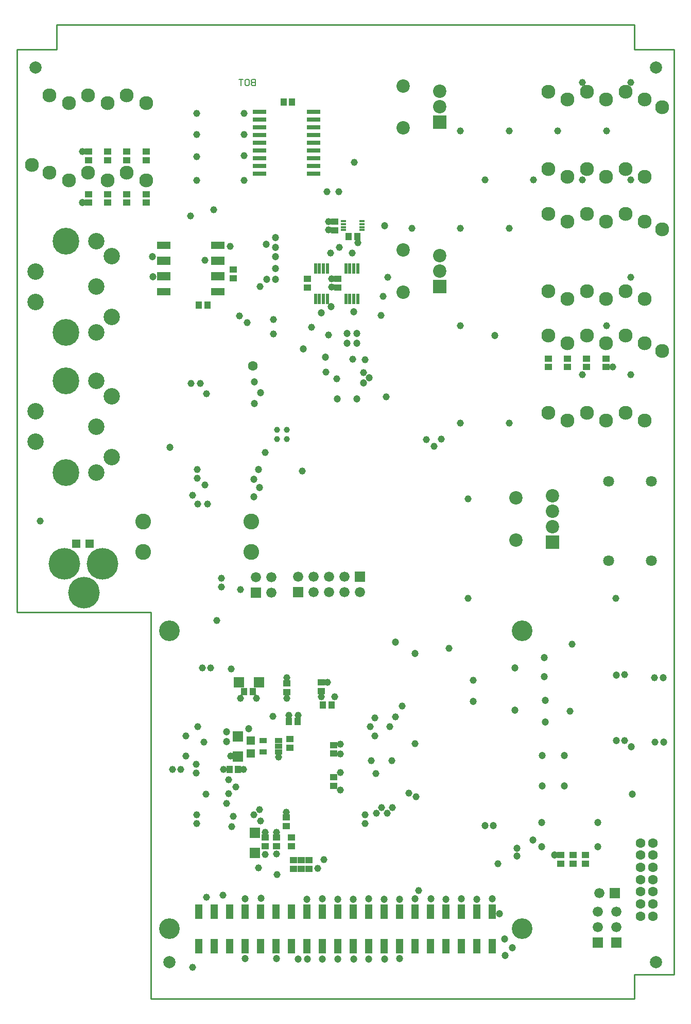
<source format=gbs>
G04 Layer_Color=16711935*
%FSLAX25Y25*%
%MOIN*%
G70*
G01*
G75*
%ADD10C,0.03937*%
%ADD47C,0.00787*%
%ADD54C,0.01000*%
%ADD66C,0.06299*%
%ADD74C,0.07087*%
%ADD80C,0.07874*%
%ADD110R,0.04587X0.03987*%
%ADD111R,0.03987X0.04587*%
%ADD119R,0.06787X0.06787*%
%ADD121R,0.05787X0.05787*%
%ADD122R,0.05787X0.05787*%
%ADD123R,0.06787X0.06787*%
%ADD130R,0.08661X0.03150*%
%ADD132R,0.04724X0.03543*%
%ADD143C,0.20472*%
%ADD144C,0.08661*%
%ADD145R,0.08661X0.08661*%
%ADD146C,0.09055*%
%ADD147C,0.17323*%
%ADD148C,0.10630*%
%ADD149C,0.10236*%
%ADD150C,0.06587*%
%ADD151R,0.06587X0.06587*%
%ADD152R,0.06587X0.06587*%
%ADD153C,0.13386*%
%ADD154C,0.04528*%
%ADD155C,0.04724*%
%ADD156R,0.02441X0.06693*%
%ADD157R,0.08661X0.04787*%
%ADD158R,0.08661X0.05787*%
%ADD159R,0.04803X0.09528*%
%ADD160R,0.03740X0.01772*%
D10*
X174409Y362008D02*
D03*
X168110D02*
D03*
Y367914D02*
D03*
X174409D02*
D03*
D47*
X154134Y594684D02*
Y590748D01*
X152166D01*
X151510Y591404D01*
Y592060D01*
X152166Y592716D01*
X154134D01*
X152166D01*
X151510Y593372D01*
Y594028D01*
X152166Y594684D01*
X154134D01*
X148230D02*
X149542D01*
X150198Y594028D01*
Y591404D01*
X149542Y590748D01*
X148230D01*
X147574Y591404D01*
Y594028D01*
X148230Y594684D01*
X146262D02*
X143639D01*
X144950D01*
Y590748D01*
D54*
X0Y250000D02*
X17717D01*
X0D02*
Y614173D01*
X25591D01*
Y622047D01*
Y629921D01*
X86614Y0D02*
X399606D01*
X86614D02*
Y250000D01*
X17717D02*
X86614D01*
X25591Y629921D02*
X399606D01*
Y614173D02*
Y629921D01*
X425197Y15748D02*
Y614173D01*
X399606D02*
X425197D01*
X399606Y13780D02*
Y15748D01*
X425197D01*
X399606Y0D02*
Y13780D01*
D66*
X403543Y92914D02*
D03*
Y85039D02*
D03*
Y77165D02*
D03*
Y69291D02*
D03*
X411417Y100787D02*
D03*
Y92914D02*
D03*
Y85039D02*
D03*
Y77165D02*
D03*
Y69291D02*
D03*
X403543Y100787D02*
D03*
X411417Y53543D02*
D03*
Y61417D02*
D03*
X403543Y53543D02*
D03*
Y61417D02*
D03*
X152362Y409449D02*
D03*
D74*
X410433Y334646D02*
D03*
X382874D02*
D03*
X410433Y283465D02*
D03*
X382874D02*
D03*
D80*
X413386Y23622D02*
D03*
X11811Y602362D02*
D03*
X413386D02*
D03*
X98425Y23622D02*
D03*
D110*
X187795Y460192D02*
D03*
Y465792D02*
D03*
X207480Y460192D02*
D03*
Y465792D02*
D03*
X46063Y514917D02*
D03*
Y520517D02*
D03*
X70866Y514917D02*
D03*
Y520517D02*
D03*
X58661Y514917D02*
D03*
Y520517D02*
D03*
X83464Y514917D02*
D03*
Y520517D02*
D03*
X351969Y92958D02*
D03*
Y87358D02*
D03*
X359843Y92958D02*
D03*
Y87358D02*
D03*
X367717Y92958D02*
D03*
Y87358D02*
D03*
X139764Y466098D02*
D03*
Y471698D02*
D03*
X46063Y542476D02*
D03*
Y548076D02*
D03*
X70866Y542476D02*
D03*
Y548076D02*
D03*
X58661Y542476D02*
D03*
Y548076D02*
D03*
X83464Y542476D02*
D03*
Y548076D02*
D03*
X381102Y414217D02*
D03*
Y408617D02*
D03*
X356299Y414217D02*
D03*
Y408617D02*
D03*
X368504Y414217D02*
D03*
Y408617D02*
D03*
X343701Y414217D02*
D03*
Y408617D02*
D03*
X205512Y502800D02*
D03*
Y497200D02*
D03*
X174016Y111767D02*
D03*
Y117367D02*
D03*
X204725Y164217D02*
D03*
Y158617D02*
D03*
X204724Y143351D02*
D03*
Y137751D02*
D03*
X160630Y98775D02*
D03*
Y104375D02*
D03*
X174409Y198381D02*
D03*
Y203981D02*
D03*
X196851Y199168D02*
D03*
Y204768D02*
D03*
X167717Y98775D02*
D03*
Y104375D02*
D03*
X177559Y98775D02*
D03*
Y104375D02*
D03*
X188976Y89808D02*
D03*
Y84208D02*
D03*
X183858Y89808D02*
D03*
Y84208D02*
D03*
X178740Y89808D02*
D03*
Y84208D02*
D03*
X176378Y168154D02*
D03*
Y162554D02*
D03*
D111*
X203588Y190157D02*
D03*
X197987D02*
D03*
X220123Y492913D02*
D03*
X214523D02*
D03*
X117672Y448819D02*
D03*
X123272D02*
D03*
X137357Y148425D02*
D03*
X142957D02*
D03*
X175940Y179527D02*
D03*
X181540D02*
D03*
X152406Y198819D02*
D03*
X146806D02*
D03*
X172397Y579921D02*
D03*
X177997D02*
D03*
D119*
X143500Y204724D02*
D03*
X156500D02*
D03*
D121*
X151181Y167192D02*
D03*
Y158792D02*
D03*
D122*
X38320Y294488D02*
D03*
X46720D02*
D03*
D123*
X142913Y156886D02*
D03*
Y169886D02*
D03*
X153937Y107287D02*
D03*
Y94287D02*
D03*
D130*
X156732Y538622D02*
D03*
Y543622D02*
D03*
Y548622D02*
D03*
Y553622D02*
D03*
Y558622D02*
D03*
Y563622D02*
D03*
Y568622D02*
D03*
Y573622D02*
D03*
Y533622D02*
D03*
X191732D02*
D03*
Y538622D02*
D03*
Y543622D02*
D03*
Y548622D02*
D03*
Y553622D02*
D03*
Y558622D02*
D03*
Y563622D02*
D03*
Y568622D02*
D03*
Y573622D02*
D03*
D132*
X169291Y159646D02*
D03*
Y167126D02*
D03*
Y163386D02*
D03*
X159055Y159646D02*
D03*
Y167126D02*
D03*
D143*
X43307Y262598D02*
D03*
X30512Y281496D02*
D03*
X55118D02*
D03*
D144*
X250000Y457008D02*
D03*
Y484252D02*
D03*
X273622Y480630D02*
D03*
Y470630D02*
D03*
X250000Y563307D02*
D03*
Y590551D02*
D03*
X273622Y586929D02*
D03*
Y576929D02*
D03*
X346457Y325276D02*
D03*
Y305276D02*
D03*
Y315276D02*
D03*
X322835Y323898D02*
D03*
Y296654D02*
D03*
D145*
X273622Y460630D02*
D03*
Y566929D02*
D03*
X346457Y295276D02*
D03*
D146*
X33465Y579528D02*
D03*
X58464D02*
D03*
X83464D02*
D03*
Y529528D02*
D03*
X58464D02*
D03*
X33465D02*
D03*
X9646Y539528D02*
D03*
X45945Y534527D02*
D03*
X70945D02*
D03*
Y584527D02*
D03*
X45945D02*
D03*
X20968D02*
D03*
Y534527D02*
D03*
X393701Y457874D02*
D03*
X368701D02*
D03*
X343701D02*
D03*
Y507874D02*
D03*
X368701D02*
D03*
X393701D02*
D03*
X417520Y497874D02*
D03*
X381220Y502874D02*
D03*
X356220D02*
D03*
Y452874D02*
D03*
X381220D02*
D03*
X406197D02*
D03*
Y502874D02*
D03*
X393701Y536614D02*
D03*
X368701D02*
D03*
X343701D02*
D03*
Y586614D02*
D03*
X368701D02*
D03*
X393701D02*
D03*
X417520Y576614D02*
D03*
X381220Y581614D02*
D03*
X356220D02*
D03*
Y531614D02*
D03*
X381220D02*
D03*
X406197D02*
D03*
Y581614D02*
D03*
X393701Y379134D02*
D03*
X368701D02*
D03*
X343701D02*
D03*
Y429134D02*
D03*
X368701D02*
D03*
X393701D02*
D03*
X417520Y419134D02*
D03*
X381220Y424134D02*
D03*
X356220D02*
D03*
Y374134D02*
D03*
X381220D02*
D03*
X406197D02*
D03*
Y424134D02*
D03*
D147*
X31496Y399606D02*
D03*
Y340551D02*
D03*
Y490158D02*
D03*
Y431102D02*
D03*
D148*
X61023Y389764D02*
D03*
Y350394D02*
D03*
X51181Y399606D02*
D03*
Y370079D02*
D03*
Y340551D02*
D03*
X11811Y360236D02*
D03*
Y379921D02*
D03*
X61023Y480315D02*
D03*
Y440945D02*
D03*
X51181Y490158D02*
D03*
Y460630D02*
D03*
Y431102D02*
D03*
X11811Y450788D02*
D03*
Y470472D02*
D03*
D149*
X81495Y308664D02*
D03*
X151573D02*
D03*
Y288979D02*
D03*
X81495D02*
D03*
D150*
X375984Y56457D02*
D03*
Y46457D02*
D03*
X387795Y56457D02*
D03*
Y46457D02*
D03*
X376890Y68504D02*
D03*
X164449Y262717D02*
D03*
X154449Y272717D02*
D03*
X164449D02*
D03*
X181968Y273110D02*
D03*
X191969Y263110D02*
D03*
Y273110D02*
D03*
X201969Y263110D02*
D03*
Y273110D02*
D03*
X211968Y263110D02*
D03*
Y273110D02*
D03*
X221969Y263110D02*
D03*
D151*
X375984Y36457D02*
D03*
X387795D02*
D03*
X154449Y262717D02*
D03*
D152*
X386890Y68504D02*
D03*
X181968Y263110D02*
D03*
X221969Y273110D02*
D03*
D153*
X326772Y45276D02*
D03*
Y238189D02*
D03*
X98425D02*
D03*
Y45276D02*
D03*
D154*
X397244Y592815D02*
D03*
X381496Y561319D02*
D03*
X397244Y529823D02*
D03*
Y466831D02*
D03*
X381496Y435335D02*
D03*
X397244Y403839D02*
D03*
X365748Y592815D02*
D03*
X350000Y561319D02*
D03*
X365748Y529823D02*
D03*
Y403839D02*
D03*
X318504Y561319D02*
D03*
X334252Y529823D02*
D03*
X318504Y498327D02*
D03*
Y372342D02*
D03*
X287008Y561319D02*
D03*
X302756Y529823D02*
D03*
X287008Y498327D02*
D03*
Y435335D02*
D03*
Y372342D02*
D03*
X255512Y498327D02*
D03*
X239764Y466831D02*
D03*
X232087Y145669D02*
D03*
X122441Y391437D02*
D03*
X311024Y87402D02*
D03*
X123228Y320079D02*
D03*
X116929D02*
D03*
X113386Y325591D02*
D03*
X138189Y157087D02*
D03*
X169291Y156299D02*
D03*
X217323Y413779D02*
D03*
X224016Y405118D02*
D03*
X201575Y429528D02*
D03*
X146850Y529528D02*
D03*
Y545275D02*
D03*
Y559055D02*
D03*
X146850Y572835D02*
D03*
X218134Y541173D02*
D03*
X157087Y460630D02*
D03*
X137795Y486614D02*
D03*
X143701Y441732D02*
D03*
X148819Y437402D02*
D03*
X165748Y429921D02*
D03*
Y439370D02*
D03*
X112409Y398031D02*
D03*
X118405Y398031D02*
D03*
X295276Y205906D02*
D03*
X357874Y186221D02*
D03*
X359055Y229528D02*
D03*
X393307Y209842D02*
D03*
X412598Y207874D02*
D03*
X393307Y166929D02*
D03*
X412992Y166142D02*
D03*
X257480Y164961D02*
D03*
X253543Y133071D02*
D03*
X208071Y522047D02*
D03*
X258268Y130709D02*
D03*
X42126Y548032D02*
D03*
X385433Y408661D02*
D03*
X220374Y489075D02*
D03*
X184646Y341339D02*
D03*
X160630Y353543D02*
D03*
X200000Y405512D02*
D03*
X206693Y401181D02*
D03*
X121654Y332283D02*
D03*
X116535Y336614D02*
D03*
Y342520D02*
D03*
X225163Y413416D02*
D03*
X201575Y497244D02*
D03*
Y502756D02*
D03*
X264961Y361811D02*
D03*
X269685Y357480D02*
D03*
X274410Y362205D02*
D03*
X237008Y454331D02*
D03*
X235433Y442126D02*
D03*
X203543Y460236D02*
D03*
Y465748D02*
D03*
X190551Y434252D02*
D03*
X127165Y510236D02*
D03*
X112205Y506298D02*
D03*
X205512Y195276D02*
D03*
X216929Y482282D02*
D03*
X202756Y482283D02*
D03*
X208661Y486221D02*
D03*
X116142Y529528D02*
D03*
Y544882D02*
D03*
Y559055D02*
D03*
Y572835D02*
D03*
X121653Y477559D02*
D03*
X129134Y244882D02*
D03*
X157480Y114961D02*
D03*
X138976Y111417D02*
D03*
X242885Y123622D02*
D03*
X239405Y120142D02*
D03*
X232445D02*
D03*
X235925Y123622D02*
D03*
X156693Y122441D02*
D03*
X153213Y118961D02*
D03*
X122047Y132283D02*
D03*
X138583Y213386D02*
D03*
X119685Y214173D02*
D03*
X125197D02*
D03*
X144488Y264567D02*
D03*
X132283Y272047D02*
D03*
Y266535D02*
D03*
X144488Y194488D02*
D03*
X165354Y182677D02*
D03*
X209055Y158267D02*
D03*
Y135039D02*
D03*
X100394Y148425D02*
D03*
X198425Y90158D02*
D03*
X116142Y113386D02*
D03*
Y118898D02*
D03*
X115748Y146063D02*
D03*
Y151575D02*
D03*
X109055Y170079D02*
D03*
X120866Y166142D02*
D03*
X109055Y157087D02*
D03*
X116929Y175984D02*
D03*
X241339D02*
D03*
X146457Y148425D02*
D03*
X174016Y120866D02*
D03*
X167717Y107874D02*
D03*
X160630D02*
D03*
X174409Y207874D02*
D03*
X154724Y194488D02*
D03*
X174409D02*
D03*
X181889Y183464D02*
D03*
X200787Y204724D02*
D03*
X196752Y195277D02*
D03*
X231496Y170079D02*
D03*
Y181890D02*
D03*
X225197Y113386D02*
D03*
Y118898D02*
D03*
X242520Y153937D02*
D03*
X228346Y175984D02*
D03*
X229134Y153937D02*
D03*
X133464Y148425D02*
D03*
X175984Y183464D02*
D03*
X209055Y164567D02*
D03*
X209055Y146457D02*
D03*
X259842Y70079D02*
D03*
X194488Y84252D02*
D03*
X133071Y66929D02*
D03*
X122441Y65748D02*
D03*
X156299Y84645D02*
D03*
X160630Y93307D02*
D03*
X167717Y93701D02*
D03*
X105905Y148425D02*
D03*
X200641Y522047D02*
D03*
X137008Y141831D02*
D03*
X141634Y136909D02*
D03*
X137008Y132874D02*
D03*
X135433Y126378D02*
D03*
X139764Y118110D02*
D03*
X238976Y389370D02*
D03*
X244882Y182283D02*
D03*
X249213Y189370D02*
D03*
X168110Y80315D02*
D03*
X113386Y20472D02*
D03*
X279528Y226772D02*
D03*
X387402Y259055D02*
D03*
X291732D02*
D03*
Y323228D02*
D03*
X15000Y309000D02*
D03*
D155*
X219685Y424016D02*
D03*
X213386D02*
D03*
X219685Y430315D02*
D03*
X213386D02*
D03*
X167323Y465354D02*
D03*
X161417Y465354D02*
D03*
X167323Y472441D02*
D03*
Y479921D02*
D03*
X167323Y486221D02*
D03*
X167323Y492520D02*
D03*
X161024Y488189D02*
D03*
X227953Y401575D02*
D03*
X287598Y64764D02*
D03*
X257480Y223228D02*
D03*
X224016Y398425D02*
D03*
X297599Y64528D02*
D03*
X150000Y174803D02*
D03*
X135433Y166535D02*
D03*
Y172835D02*
D03*
X387707Y166929D02*
D03*
Y209449D02*
D03*
X87402Y479921D02*
D03*
X98819Y356693D02*
D03*
X418504Y166142D02*
D03*
X341732Y179134D02*
D03*
X418110Y207874D02*
D03*
X42126Y514961D02*
D03*
X185039Y420472D02*
D03*
X207087Y388189D02*
D03*
X219685D02*
D03*
X153543Y385039D02*
D03*
X157480Y392126D02*
D03*
X153543Y399213D02*
D03*
X153150Y324803D02*
D03*
X156693Y330709D02*
D03*
X153150Y336221D02*
D03*
X156299Y342520D02*
D03*
X217717Y444488D02*
D03*
X203150Y447638D02*
D03*
X196850Y443701D02*
D03*
X217599Y64449D02*
D03*
X207598Y64449D02*
D03*
X197638Y64567D02*
D03*
X157874Y64960D02*
D03*
X375984Y98425D02*
D03*
Y114173D02*
D03*
X354331Y137795D02*
D03*
Y157480D02*
D03*
X237795Y25591D02*
D03*
X187599Y64370D02*
D03*
X267717Y64567D02*
D03*
X187795Y25591D02*
D03*
X197638D02*
D03*
X207480D02*
D03*
X217717D02*
D03*
X227559D02*
D03*
X309055Y429134D02*
D03*
X199650Y415005D02*
D03*
X341732Y192913D02*
D03*
X341339Y220866D02*
D03*
X341338Y208268D02*
D03*
X295276Y192520D02*
D03*
X322046Y214172D02*
D03*
X322046Y186613D02*
D03*
X277599Y64527D02*
D03*
X227559Y64567D02*
D03*
X257480D02*
D03*
X247599Y64528D02*
D03*
X237598Y64370D02*
D03*
X87795Y466929D02*
D03*
X302712Y112161D02*
D03*
X308312Y112161D02*
D03*
X347987Y92958D02*
D03*
X323622Y97382D02*
D03*
Y92382D02*
D03*
X333858Y102756D02*
D03*
X339370Y114173D02*
D03*
Y98425D02*
D03*
X397638Y162992D02*
D03*
X398031Y132283D02*
D03*
X339764Y157480D02*
D03*
Y137795D02*
D03*
X181890Y25591D02*
D03*
X147638Y25984D02*
D03*
Y64567D02*
D03*
X247638Y25984D02*
D03*
X167717D02*
D03*
X312205Y55118D02*
D03*
X315354Y38583D02*
D03*
X320472Y33071D02*
D03*
X315748Y27953D02*
D03*
X307480Y64567D02*
D03*
X244882Y230709D02*
D03*
X237921Y500079D02*
D03*
D156*
X193012Y452756D02*
D03*
X195571D02*
D03*
X198130D02*
D03*
X200689D02*
D03*
Y472441D02*
D03*
X198130D02*
D03*
X195571D02*
D03*
X193012D02*
D03*
X212697Y452756D02*
D03*
X215256D02*
D03*
X217815D02*
D03*
X220374D02*
D03*
Y472441D02*
D03*
X217815D02*
D03*
X215256D02*
D03*
X212697D02*
D03*
D157*
X94685Y457441D02*
D03*
Y487441D02*
D03*
X129725Y457441D02*
D03*
Y487441D02*
D03*
D158*
X94685Y467441D02*
D03*
Y477441D02*
D03*
X129725Y467441D02*
D03*
Y477441D02*
D03*
D159*
X307598Y56398D02*
D03*
Y34154D02*
D03*
X297599Y56398D02*
D03*
Y34154D02*
D03*
X287598Y56398D02*
D03*
Y34154D02*
D03*
X277599Y56398D02*
D03*
Y34154D02*
D03*
X267599Y56398D02*
D03*
Y34154D02*
D03*
X257598Y56398D02*
D03*
Y34154D02*
D03*
X247599Y56398D02*
D03*
Y34154D02*
D03*
X237598Y56398D02*
D03*
Y34154D02*
D03*
X227599Y56398D02*
D03*
Y34154D02*
D03*
X217599Y56398D02*
D03*
Y34154D02*
D03*
X207598Y56398D02*
D03*
Y34154D02*
D03*
X197599Y56398D02*
D03*
Y34154D02*
D03*
X187599Y56398D02*
D03*
Y34154D02*
D03*
X177599Y56398D02*
D03*
Y34154D02*
D03*
X167598Y56398D02*
D03*
Y34154D02*
D03*
X157598Y56398D02*
D03*
Y34154D02*
D03*
X147599Y56398D02*
D03*
Y34154D02*
D03*
X137599Y56398D02*
D03*
Y34154D02*
D03*
X127599Y56398D02*
D03*
Y34154D02*
D03*
X117598Y56398D02*
D03*
Y34154D02*
D03*
D160*
X223228Y497244D02*
D03*
Y499213D02*
D03*
Y501181D02*
D03*
Y503150D02*
D03*
X211023D02*
D03*
Y501181D02*
D03*
Y499213D02*
D03*
Y497244D02*
D03*
M02*

</source>
